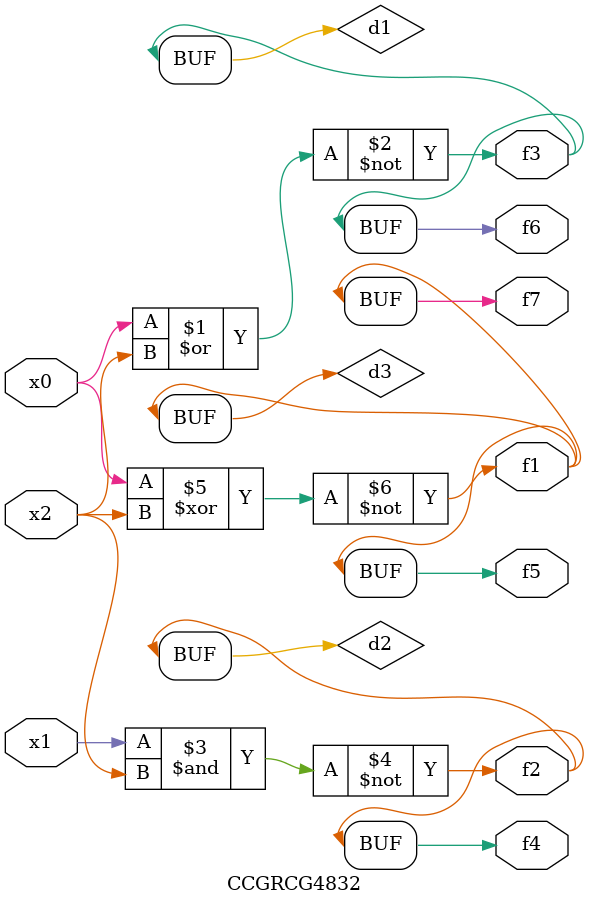
<source format=v>
module CCGRCG4832(
	input x0, x1, x2,
	output f1, f2, f3, f4, f5, f6, f7
);

	wire d1, d2, d3;

	nor (d1, x0, x2);
	nand (d2, x1, x2);
	xnor (d3, x0, x2);
	assign f1 = d3;
	assign f2 = d2;
	assign f3 = d1;
	assign f4 = d2;
	assign f5 = d3;
	assign f6 = d1;
	assign f7 = d3;
endmodule

</source>
